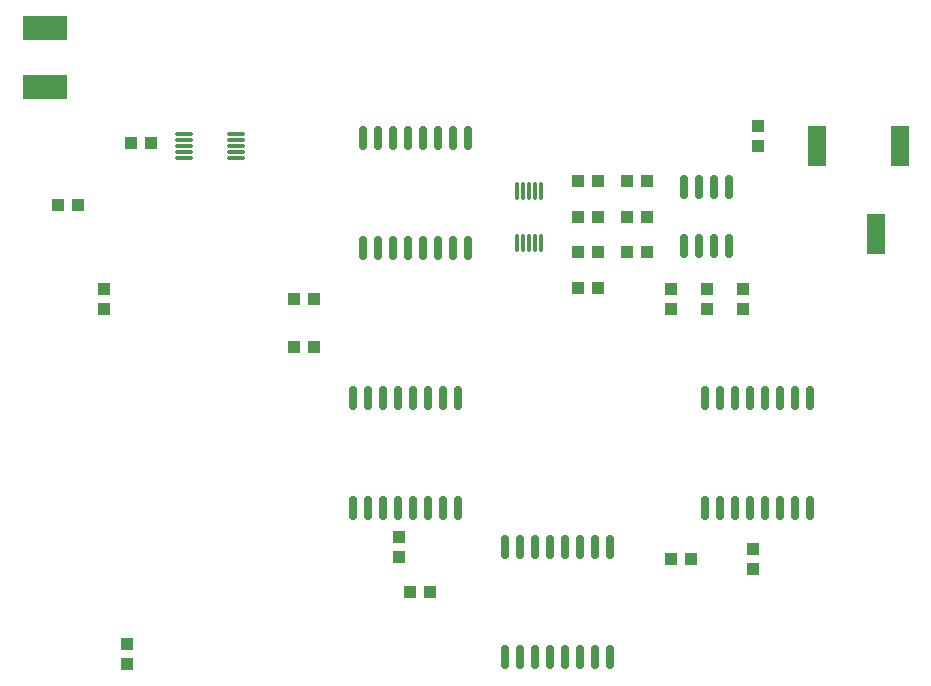
<source format=gbr>
%TF.GenerationSoftware,KiCad,Pcbnew,8.0.2*%
%TF.CreationDate,2024-09-30T18:20:34+03:00*%
%TF.ProjectId,board,626f6172-642e-46b6-9963-61645f706362,rev?*%
%TF.SameCoordinates,Original*%
%TF.FileFunction,Paste,Top*%
%TF.FilePolarity,Positive*%
%FSLAX46Y46*%
G04 Gerber Fmt 4.6, Leading zero omitted, Abs format (unit mm)*
G04 Created by KiCad (PCBNEW 8.0.2) date 2024-09-30 18:20:34*
%MOMM*%
%LPD*%
G01*
G04 APERTURE LIST*
G04 Aperture macros list*
%AMRoundRect*
0 Rectangle with rounded corners*
0 $1 Rounding radius*
0 $2 $3 $4 $5 $6 $7 $8 $9 X,Y pos of 4 corners*
0 Add a 4 corners polygon primitive as box body*
4,1,4,$2,$3,$4,$5,$6,$7,$8,$9,$2,$3,0*
0 Add four circle primitives for the rounded corners*
1,1,$1+$1,$2,$3*
1,1,$1+$1,$4,$5*
1,1,$1+$1,$6,$7*
1,1,$1+$1,$8,$9*
0 Add four rect primitives between the rounded corners*
20,1,$1+$1,$2,$3,$4,$5,0*
20,1,$1+$1,$4,$5,$6,$7,0*
20,1,$1+$1,$6,$7,$8,$9,0*
20,1,$1+$1,$8,$9,$2,$3,0*%
G04 Aperture macros list end*
%ADD10RoundRect,0.075000X0.650000X0.075000X-0.650000X0.075000X-0.650000X-0.075000X0.650000X-0.075000X0*%
%ADD11R,1.000000X1.000000*%
%ADD12RoundRect,0.150000X0.150000X-0.825000X0.150000X0.825000X-0.150000X0.825000X-0.150000X-0.825000X0*%
%ADD13RoundRect,0.150000X0.150000X-0.875000X0.150000X0.875000X-0.150000X0.875000X-0.150000X-0.875000X0*%
%ADD14R,1.500000X3.500000*%
%ADD15RoundRect,0.075000X0.075000X-0.650000X0.075000X0.650000X-0.075000X0.650000X-0.075000X-0.650000X0*%
%ADD16R,3.800000X2.000000*%
G04 APERTURE END LIST*
D10*
%TO.C,U6*%
X127200000Y-63000000D03*
X127200000Y-62500000D03*
X127200000Y-62000000D03*
X127200000Y-61500000D03*
X127200000Y-61000000D03*
X122800000Y-61000000D03*
X122800000Y-61500000D03*
X122800000Y-62000000D03*
X122800000Y-62500000D03*
X122800000Y-63000000D03*
%TD*%
D11*
%TO.C,C13*%
X171400000Y-62050000D03*
X171400000Y-60350000D03*
%TD*%
D12*
%TO.C,U1*%
X165095000Y-70475000D03*
X166365000Y-70475000D03*
X167635000Y-70475000D03*
X168905000Y-70475000D03*
X168905000Y-65525000D03*
X167635000Y-65525000D03*
X166365000Y-65525000D03*
X165095000Y-65525000D03*
%TD*%
D11*
%TO.C,C8*%
X171000000Y-96150000D03*
X171000000Y-97850000D03*
%TD*%
%TO.C,C15*%
X118000000Y-104150000D03*
X118000000Y-105850000D03*
%TD*%
%TO.C,R4*%
X156150000Y-74000000D03*
X157850000Y-74000000D03*
%TD*%
%TO.C,C2*%
X133850000Y-79000000D03*
X132150000Y-79000000D03*
%TD*%
%TO.C,C22*%
X113850000Y-67000000D03*
X112150000Y-67000000D03*
%TD*%
D13*
%TO.C,U10*%
X150000000Y-105300000D03*
X151270000Y-105300000D03*
X152540000Y-105300000D03*
X153810000Y-105300000D03*
X155080000Y-105300000D03*
X156350000Y-105300000D03*
X157620000Y-105300000D03*
X158890000Y-105300000D03*
X158890000Y-96000000D03*
X157620000Y-96000000D03*
X156350000Y-96000000D03*
X155080000Y-96000000D03*
X153810000Y-96000000D03*
X152540000Y-96000000D03*
X151270000Y-96000000D03*
X150000000Y-96000000D03*
%TD*%
D14*
%TO.C,J5*%
X183400000Y-62000000D03*
X181400000Y-69500000D03*
X176400000Y-62000000D03*
%TD*%
D11*
%TO.C,R9*%
X167100000Y-75850000D03*
X167100000Y-74150000D03*
%TD*%
%TO.C,C6*%
X141000000Y-95150000D03*
X141000000Y-96850000D03*
%TD*%
%TO.C,R6*%
X160300000Y-68000000D03*
X162000000Y-68000000D03*
%TD*%
%TO.C,R5*%
X160300000Y-65000000D03*
X162000000Y-65000000D03*
%TD*%
%TO.C,R14*%
X164000000Y-97000000D03*
X165700000Y-97000000D03*
%TD*%
%TO.C,R1*%
X156150000Y-65000000D03*
X157850000Y-65000000D03*
%TD*%
D13*
%TO.C,U8*%
X137955000Y-70650000D03*
X139225000Y-70650000D03*
X140495000Y-70650000D03*
X141765000Y-70650000D03*
X143035000Y-70650000D03*
X144305000Y-70650000D03*
X145575000Y-70650000D03*
X146845000Y-70650000D03*
X146845000Y-61350000D03*
X145575000Y-61350000D03*
X144305000Y-61350000D03*
X143035000Y-61350000D03*
X141765000Y-61350000D03*
X140495000Y-61350000D03*
X139225000Y-61350000D03*
X137955000Y-61350000D03*
%TD*%
%TO.C,U9*%
X137110000Y-92650000D03*
X138380000Y-92650000D03*
X139650000Y-92650000D03*
X140920000Y-92650000D03*
X142190000Y-92650000D03*
X143460000Y-92650000D03*
X144730000Y-92650000D03*
X146000000Y-92650000D03*
X146000000Y-83350000D03*
X144730000Y-83350000D03*
X143460000Y-83350000D03*
X142190000Y-83350000D03*
X140920000Y-83350000D03*
X139650000Y-83350000D03*
X138380000Y-83350000D03*
X137110000Y-83350000D03*
%TD*%
D15*
%TO.C,U7*%
X151000000Y-70200000D03*
X151500000Y-70200000D03*
X152000000Y-70200000D03*
X152500000Y-70200000D03*
X153000000Y-70200000D03*
X153000000Y-65800000D03*
X152500000Y-65800000D03*
X152000000Y-65800000D03*
X151500000Y-65800000D03*
X151000000Y-65800000D03*
%TD*%
D11*
%TO.C,R7*%
X160300000Y-71000000D03*
X162000000Y-71000000D03*
%TD*%
%TO.C,C5*%
X133850000Y-75000000D03*
X132150000Y-75000000D03*
%TD*%
%TO.C,R12*%
X141950000Y-99800000D03*
X143650000Y-99800000D03*
%TD*%
%TO.C,R8*%
X164000000Y-75850000D03*
X164000000Y-74150000D03*
%TD*%
%TO.C,C3*%
X116000000Y-74150000D03*
X116000000Y-75850000D03*
%TD*%
D16*
%TO.C,J3*%
X111000000Y-57000000D03*
%TD*%
D11*
%TO.C,R3*%
X156150000Y-71000000D03*
X157850000Y-71000000D03*
%TD*%
%TO.C,R10*%
X170100000Y-75850000D03*
X170100000Y-74150000D03*
%TD*%
D13*
%TO.C,U14*%
X166910000Y-92650000D03*
X168180000Y-92650000D03*
X169450000Y-92650000D03*
X170720000Y-92650000D03*
X171990000Y-92650000D03*
X173260000Y-92650000D03*
X174530000Y-92650000D03*
X175800000Y-92650000D03*
X175800000Y-83350000D03*
X174530000Y-83350000D03*
X173260000Y-83350000D03*
X171990000Y-83350000D03*
X170720000Y-83350000D03*
X169450000Y-83350000D03*
X168180000Y-83350000D03*
X166910000Y-83350000D03*
%TD*%
D16*
%TO.C,J4*%
X111000000Y-52000000D03*
%TD*%
D11*
%TO.C,C4*%
X120050000Y-61800000D03*
X118350000Y-61800000D03*
%TD*%
%TO.C,R2*%
X156150000Y-68000000D03*
X157850000Y-68000000D03*
%TD*%
M02*

</source>
